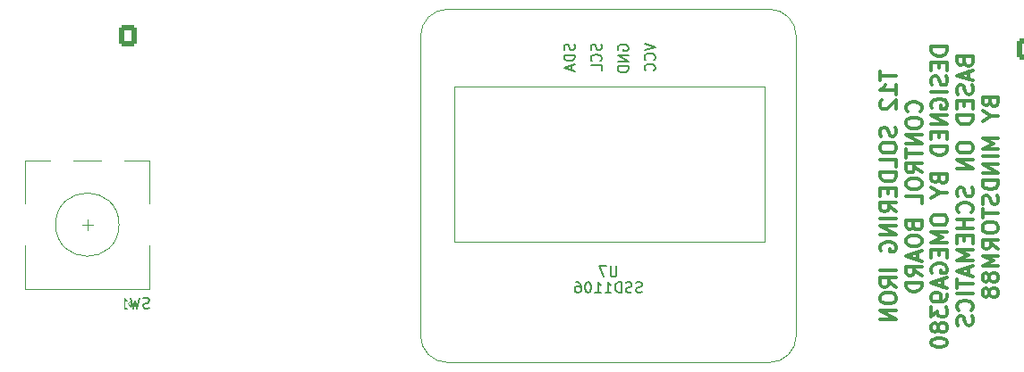
<source format=gbr>
%TF.GenerationSoftware,KiCad,Pcbnew,(6.0.4)*%
%TF.CreationDate,2022-05-05T14:57:31-04:00*%
%TF.ProjectId,KSGER Controller,4b534745-5220-4436-9f6e-74726f6c6c65,rev?*%
%TF.SameCoordinates,Original*%
%TF.FileFunction,Legend,Bot*%
%TF.FilePolarity,Positive*%
%FSLAX46Y46*%
G04 Gerber Fmt 4.6, Leading zero omitted, Abs format (unit mm)*
G04 Created by KiCad (PCBNEW (6.0.4)) date 2022-05-05 14:57:31*
%MOMM*%
%LPD*%
G01*
G04 APERTURE LIST*
G04 Aperture macros list*
%AMRoundRect*
0 Rectangle with rounded corners*
0 $1 Rounding radius*
0 $2 $3 $4 $5 $6 $7 $8 $9 X,Y pos of 4 corners*
0 Add a 4 corners polygon primitive as box body*
4,1,4,$2,$3,$4,$5,$6,$7,$8,$9,$2,$3,0*
0 Add four circle primitives for the rounded corners*
1,1,$1+$1,$2,$3*
1,1,$1+$1,$4,$5*
1,1,$1+$1,$6,$7*
1,1,$1+$1,$8,$9*
0 Add four rect primitives between the rounded corners*
20,1,$1+$1,$2,$3,$4,$5,0*
20,1,$1+$1,$4,$5,$6,$7,0*
20,1,$1+$1,$6,$7,$8,$9,0*
20,1,$1+$1,$8,$9,$2,$3,0*%
G04 Aperture macros list end*
%ADD10C,0.150000*%
%ADD11C,0.300000*%
%ADD12C,0.120000*%
%ADD13C,0.100000*%
%ADD14C,0.800000*%
%ADD15C,6.400000*%
%ADD16RoundRect,0.250000X0.725000X-0.600000X0.725000X0.600000X-0.725000X0.600000X-0.725000X-0.600000X0*%
%ADD17O,1.950000X1.700000*%
%ADD18RoundRect,0.250000X-0.600000X-0.750000X0.600000X-0.750000X0.600000X0.750000X-0.600000X0.750000X0*%
%ADD19O,1.700000X2.000000*%
%ADD20RoundRect,0.250000X-0.600000X-0.725000X0.600000X-0.725000X0.600000X0.725000X-0.600000X0.725000X0*%
%ADD21O,1.700000X1.950000*%
%ADD22R,2.000000X2.000000*%
%ADD23C,2.000000*%
%ADD24R,2.000000X3.200000*%
%ADD25C,4.500000*%
%ADD26C,1.524000*%
G04 APERTURE END LIST*
D10*
X143914761Y-82075976D02*
X143962380Y-82218833D01*
X143962380Y-82456928D01*
X143914761Y-82552166D01*
X143867142Y-82599785D01*
X143771904Y-82647404D01*
X143676666Y-82647404D01*
X143581428Y-82599785D01*
X143533809Y-82552166D01*
X143486190Y-82456928D01*
X143438571Y-82266452D01*
X143390952Y-82171214D01*
X143343333Y-82123595D01*
X143248095Y-82075976D01*
X143152857Y-82075976D01*
X143057619Y-82123595D01*
X143010000Y-82171214D01*
X142962380Y-82266452D01*
X142962380Y-82504547D01*
X143010000Y-82647404D01*
X143962380Y-83075976D02*
X142962380Y-83075976D01*
X142962380Y-83314071D01*
X143010000Y-83456928D01*
X143105238Y-83552166D01*
X143200476Y-83599785D01*
X143390952Y-83647404D01*
X143533809Y-83647404D01*
X143724285Y-83599785D01*
X143819523Y-83552166D01*
X143914761Y-83456928D01*
X143962380Y-83314071D01*
X143962380Y-83075976D01*
X143676666Y-84028357D02*
X143676666Y-84504547D01*
X143962380Y-83933119D02*
X142962380Y-84266452D01*
X143962380Y-84599785D01*
X150582380Y-81980738D02*
X151582380Y-82314071D01*
X150582380Y-82647404D01*
X151487142Y-83552166D02*
X151534761Y-83504547D01*
X151582380Y-83361690D01*
X151582380Y-83266452D01*
X151534761Y-83123595D01*
X151439523Y-83028357D01*
X151344285Y-82980738D01*
X151153809Y-82933119D01*
X151010952Y-82933119D01*
X150820476Y-82980738D01*
X150725238Y-83028357D01*
X150630000Y-83123595D01*
X150582380Y-83266452D01*
X150582380Y-83361690D01*
X150630000Y-83504547D01*
X150677619Y-83552166D01*
X151487142Y-84552166D02*
X151534761Y-84504547D01*
X151582380Y-84361690D01*
X151582380Y-84266452D01*
X151534761Y-84123595D01*
X151439523Y-84028357D01*
X151344285Y-83980738D01*
X151153809Y-83933119D01*
X151010952Y-83933119D01*
X150820476Y-83980738D01*
X150725238Y-84028357D01*
X150630000Y-84123595D01*
X150582380Y-84266452D01*
X150582380Y-84361690D01*
X150630000Y-84504547D01*
X150677619Y-84552166D01*
X146454761Y-82075976D02*
X146502380Y-82218833D01*
X146502380Y-82456928D01*
X146454761Y-82552166D01*
X146407142Y-82599785D01*
X146311904Y-82647404D01*
X146216666Y-82647404D01*
X146121428Y-82599785D01*
X146073809Y-82552166D01*
X146026190Y-82456928D01*
X145978571Y-82266452D01*
X145930952Y-82171214D01*
X145883333Y-82123595D01*
X145788095Y-82075976D01*
X145692857Y-82075976D01*
X145597619Y-82123595D01*
X145550000Y-82171214D01*
X145502380Y-82266452D01*
X145502380Y-82504547D01*
X145550000Y-82647404D01*
X146407142Y-83647404D02*
X146454761Y-83599785D01*
X146502380Y-83456928D01*
X146502380Y-83361690D01*
X146454761Y-83218833D01*
X146359523Y-83123595D01*
X146264285Y-83075976D01*
X146073809Y-83028357D01*
X145930952Y-83028357D01*
X145740476Y-83075976D01*
X145645238Y-83123595D01*
X145550000Y-83218833D01*
X145502380Y-83361690D01*
X145502380Y-83456928D01*
X145550000Y-83599785D01*
X145597619Y-83647404D01*
X146502380Y-84552166D02*
X146502380Y-84075976D01*
X145502380Y-84075976D01*
D11*
X172910571Y-84662857D02*
X172910571Y-85520000D01*
X174410571Y-85091428D02*
X172910571Y-85091428D01*
X174410571Y-86805714D02*
X174410571Y-85948571D01*
X174410571Y-86377142D02*
X172910571Y-86377142D01*
X173124857Y-86234285D01*
X173267714Y-86091428D01*
X173339142Y-85948571D01*
X173053428Y-87377142D02*
X172982000Y-87448571D01*
X172910571Y-87591428D01*
X172910571Y-87948571D01*
X172982000Y-88091428D01*
X173053428Y-88162857D01*
X173196285Y-88234285D01*
X173339142Y-88234285D01*
X173553428Y-88162857D01*
X174410571Y-87305714D01*
X174410571Y-88234285D01*
X174339142Y-89948571D02*
X174410571Y-90162857D01*
X174410571Y-90520000D01*
X174339142Y-90662857D01*
X174267714Y-90734285D01*
X174124857Y-90805714D01*
X173982000Y-90805714D01*
X173839142Y-90734285D01*
X173767714Y-90662857D01*
X173696285Y-90520000D01*
X173624857Y-90234285D01*
X173553428Y-90091428D01*
X173482000Y-90020000D01*
X173339142Y-89948571D01*
X173196285Y-89948571D01*
X173053428Y-90020000D01*
X172982000Y-90091428D01*
X172910571Y-90234285D01*
X172910571Y-90591428D01*
X172982000Y-90805714D01*
X172910571Y-91734285D02*
X172910571Y-92020000D01*
X172982000Y-92162857D01*
X173124857Y-92305714D01*
X173410571Y-92377142D01*
X173910571Y-92377142D01*
X174196285Y-92305714D01*
X174339142Y-92162857D01*
X174410571Y-92020000D01*
X174410571Y-91734285D01*
X174339142Y-91591428D01*
X174196285Y-91448571D01*
X173910571Y-91377142D01*
X173410571Y-91377142D01*
X173124857Y-91448571D01*
X172982000Y-91591428D01*
X172910571Y-91734285D01*
X174410571Y-93734285D02*
X174410571Y-93020000D01*
X172910571Y-93020000D01*
X174410571Y-94234285D02*
X172910571Y-94234285D01*
X172910571Y-94591428D01*
X172982000Y-94805714D01*
X173124857Y-94948571D01*
X173267714Y-95020000D01*
X173553428Y-95091428D01*
X173767714Y-95091428D01*
X174053428Y-95020000D01*
X174196285Y-94948571D01*
X174339142Y-94805714D01*
X174410571Y-94591428D01*
X174410571Y-94234285D01*
X173624857Y-95734285D02*
X173624857Y-96234285D01*
X174410571Y-96448571D02*
X174410571Y-95734285D01*
X172910571Y-95734285D01*
X172910571Y-96448571D01*
X174410571Y-97948571D02*
X173696285Y-97448571D01*
X174410571Y-97091428D02*
X172910571Y-97091428D01*
X172910571Y-97662857D01*
X172982000Y-97805714D01*
X173053428Y-97877142D01*
X173196285Y-97948571D01*
X173410571Y-97948571D01*
X173553428Y-97877142D01*
X173624857Y-97805714D01*
X173696285Y-97662857D01*
X173696285Y-97091428D01*
X174410571Y-98591428D02*
X172910571Y-98591428D01*
X174410571Y-99305714D02*
X172910571Y-99305714D01*
X174410571Y-100162857D01*
X172910571Y-100162857D01*
X172982000Y-101662857D02*
X172910571Y-101520000D01*
X172910571Y-101305714D01*
X172982000Y-101091428D01*
X173124857Y-100948571D01*
X173267714Y-100877142D01*
X173553428Y-100805714D01*
X173767714Y-100805714D01*
X174053428Y-100877142D01*
X174196285Y-100948571D01*
X174339142Y-101091428D01*
X174410571Y-101305714D01*
X174410571Y-101448571D01*
X174339142Y-101662857D01*
X174267714Y-101734285D01*
X173767714Y-101734285D01*
X173767714Y-101448571D01*
X174410571Y-103520000D02*
X172910571Y-103520000D01*
X174410571Y-105091428D02*
X173696285Y-104591428D01*
X174410571Y-104234285D02*
X172910571Y-104234285D01*
X172910571Y-104805714D01*
X172982000Y-104948571D01*
X173053428Y-105020000D01*
X173196285Y-105091428D01*
X173410571Y-105091428D01*
X173553428Y-105020000D01*
X173624857Y-104948571D01*
X173696285Y-104805714D01*
X173696285Y-104234285D01*
X172910571Y-106020000D02*
X172910571Y-106305714D01*
X172982000Y-106448571D01*
X173124857Y-106591428D01*
X173410571Y-106662857D01*
X173910571Y-106662857D01*
X174196285Y-106591428D01*
X174339142Y-106448571D01*
X174410571Y-106305714D01*
X174410571Y-106020000D01*
X174339142Y-105877142D01*
X174196285Y-105734285D01*
X173910571Y-105662857D01*
X173410571Y-105662857D01*
X173124857Y-105734285D01*
X172982000Y-105877142D01*
X172910571Y-106020000D01*
X174410571Y-107305714D02*
X172910571Y-107305714D01*
X174410571Y-108162857D01*
X172910571Y-108162857D01*
X176682714Y-88448571D02*
X176754142Y-88377142D01*
X176825571Y-88162857D01*
X176825571Y-88020000D01*
X176754142Y-87805714D01*
X176611285Y-87662857D01*
X176468428Y-87591428D01*
X176182714Y-87520000D01*
X175968428Y-87520000D01*
X175682714Y-87591428D01*
X175539857Y-87662857D01*
X175397000Y-87805714D01*
X175325571Y-88020000D01*
X175325571Y-88162857D01*
X175397000Y-88377142D01*
X175468428Y-88448571D01*
X175325571Y-89377142D02*
X175325571Y-89662857D01*
X175397000Y-89805714D01*
X175539857Y-89948571D01*
X175825571Y-90020000D01*
X176325571Y-90020000D01*
X176611285Y-89948571D01*
X176754142Y-89805714D01*
X176825571Y-89662857D01*
X176825571Y-89377142D01*
X176754142Y-89234285D01*
X176611285Y-89091428D01*
X176325571Y-89020000D01*
X175825571Y-89020000D01*
X175539857Y-89091428D01*
X175397000Y-89234285D01*
X175325571Y-89377142D01*
X176825571Y-90662857D02*
X175325571Y-90662857D01*
X176825571Y-91520000D01*
X175325571Y-91520000D01*
X175325571Y-92020000D02*
X175325571Y-92877142D01*
X176825571Y-92448571D02*
X175325571Y-92448571D01*
X176825571Y-94234285D02*
X176111285Y-93734285D01*
X176825571Y-93377142D02*
X175325571Y-93377142D01*
X175325571Y-93948571D01*
X175397000Y-94091428D01*
X175468428Y-94162857D01*
X175611285Y-94234285D01*
X175825571Y-94234285D01*
X175968428Y-94162857D01*
X176039857Y-94091428D01*
X176111285Y-93948571D01*
X176111285Y-93377142D01*
X175325571Y-95162857D02*
X175325571Y-95448571D01*
X175397000Y-95591428D01*
X175539857Y-95734285D01*
X175825571Y-95805714D01*
X176325571Y-95805714D01*
X176611285Y-95734285D01*
X176754142Y-95591428D01*
X176825571Y-95448571D01*
X176825571Y-95162857D01*
X176754142Y-95020000D01*
X176611285Y-94877142D01*
X176325571Y-94805714D01*
X175825571Y-94805714D01*
X175539857Y-94877142D01*
X175397000Y-95020000D01*
X175325571Y-95162857D01*
X176825571Y-97162857D02*
X176825571Y-96448571D01*
X175325571Y-96448571D01*
X176039857Y-99305714D02*
X176111285Y-99520000D01*
X176182714Y-99591428D01*
X176325571Y-99662857D01*
X176539857Y-99662857D01*
X176682714Y-99591428D01*
X176754142Y-99520000D01*
X176825571Y-99377142D01*
X176825571Y-98805714D01*
X175325571Y-98805714D01*
X175325571Y-99305714D01*
X175397000Y-99448571D01*
X175468428Y-99520000D01*
X175611285Y-99591428D01*
X175754142Y-99591428D01*
X175897000Y-99520000D01*
X175968428Y-99448571D01*
X176039857Y-99305714D01*
X176039857Y-98805714D01*
X175325571Y-100591428D02*
X175325571Y-100877142D01*
X175397000Y-101020000D01*
X175539857Y-101162857D01*
X175825571Y-101234285D01*
X176325571Y-101234285D01*
X176611285Y-101162857D01*
X176754142Y-101020000D01*
X176825571Y-100877142D01*
X176825571Y-100591428D01*
X176754142Y-100448571D01*
X176611285Y-100305714D01*
X176325571Y-100234285D01*
X175825571Y-100234285D01*
X175539857Y-100305714D01*
X175397000Y-100448571D01*
X175325571Y-100591428D01*
X176397000Y-101805714D02*
X176397000Y-102520000D01*
X176825571Y-101662857D02*
X175325571Y-102162857D01*
X176825571Y-102662857D01*
X176825571Y-104020000D02*
X176111285Y-103520000D01*
X176825571Y-103162857D02*
X175325571Y-103162857D01*
X175325571Y-103734285D01*
X175397000Y-103877142D01*
X175468428Y-103948571D01*
X175611285Y-104020000D01*
X175825571Y-104020000D01*
X175968428Y-103948571D01*
X176039857Y-103877142D01*
X176111285Y-103734285D01*
X176111285Y-103162857D01*
X176825571Y-104662857D02*
X175325571Y-104662857D01*
X175325571Y-105020000D01*
X175397000Y-105234285D01*
X175539857Y-105377142D01*
X175682714Y-105448571D01*
X175968428Y-105520000D01*
X176182714Y-105520000D01*
X176468428Y-105448571D01*
X176611285Y-105377142D01*
X176754142Y-105234285D01*
X176825571Y-105020000D01*
X176825571Y-104662857D01*
X179240571Y-82305714D02*
X177740571Y-82305714D01*
X177740571Y-82662857D01*
X177812000Y-82877142D01*
X177954857Y-83020000D01*
X178097714Y-83091428D01*
X178383428Y-83162857D01*
X178597714Y-83162857D01*
X178883428Y-83091428D01*
X179026285Y-83020000D01*
X179169142Y-82877142D01*
X179240571Y-82662857D01*
X179240571Y-82305714D01*
X178454857Y-83805714D02*
X178454857Y-84305714D01*
X179240571Y-84520000D02*
X179240571Y-83805714D01*
X177740571Y-83805714D01*
X177740571Y-84520000D01*
X179169142Y-85091428D02*
X179240571Y-85305714D01*
X179240571Y-85662857D01*
X179169142Y-85805714D01*
X179097714Y-85877142D01*
X178954857Y-85948571D01*
X178812000Y-85948571D01*
X178669142Y-85877142D01*
X178597714Y-85805714D01*
X178526285Y-85662857D01*
X178454857Y-85377142D01*
X178383428Y-85234285D01*
X178312000Y-85162857D01*
X178169142Y-85091428D01*
X178026285Y-85091428D01*
X177883428Y-85162857D01*
X177812000Y-85234285D01*
X177740571Y-85377142D01*
X177740571Y-85734285D01*
X177812000Y-85948571D01*
X179240571Y-86591428D02*
X177740571Y-86591428D01*
X177812000Y-88091428D02*
X177740571Y-87948571D01*
X177740571Y-87734285D01*
X177812000Y-87520000D01*
X177954857Y-87377142D01*
X178097714Y-87305714D01*
X178383428Y-87234285D01*
X178597714Y-87234285D01*
X178883428Y-87305714D01*
X179026285Y-87377142D01*
X179169142Y-87520000D01*
X179240571Y-87734285D01*
X179240571Y-87877142D01*
X179169142Y-88091428D01*
X179097714Y-88162857D01*
X178597714Y-88162857D01*
X178597714Y-87877142D01*
X179240571Y-88805714D02*
X177740571Y-88805714D01*
X179240571Y-89662857D01*
X177740571Y-89662857D01*
X178454857Y-90377142D02*
X178454857Y-90877142D01*
X179240571Y-91091428D02*
X179240571Y-90377142D01*
X177740571Y-90377142D01*
X177740571Y-91091428D01*
X179240571Y-91734285D02*
X177740571Y-91734285D01*
X177740571Y-92091428D01*
X177812000Y-92305714D01*
X177954857Y-92448571D01*
X178097714Y-92520000D01*
X178383428Y-92591428D01*
X178597714Y-92591428D01*
X178883428Y-92520000D01*
X179026285Y-92448571D01*
X179169142Y-92305714D01*
X179240571Y-92091428D01*
X179240571Y-91734285D01*
X178454857Y-94877142D02*
X178526285Y-95091428D01*
X178597714Y-95162857D01*
X178740571Y-95234285D01*
X178954857Y-95234285D01*
X179097714Y-95162857D01*
X179169142Y-95091428D01*
X179240571Y-94948571D01*
X179240571Y-94377142D01*
X177740571Y-94377142D01*
X177740571Y-94877142D01*
X177812000Y-95020000D01*
X177883428Y-95091428D01*
X178026285Y-95162857D01*
X178169142Y-95162857D01*
X178312000Y-95091428D01*
X178383428Y-95020000D01*
X178454857Y-94877142D01*
X178454857Y-94377142D01*
X178526285Y-96162857D02*
X179240571Y-96162857D01*
X177740571Y-95662857D02*
X178526285Y-96162857D01*
X177740571Y-96662857D01*
X177740571Y-98591428D02*
X177740571Y-98877142D01*
X177812000Y-99020000D01*
X177954857Y-99162857D01*
X178240571Y-99234285D01*
X178740571Y-99234285D01*
X179026285Y-99162857D01*
X179169142Y-99020000D01*
X179240571Y-98877142D01*
X179240571Y-98591428D01*
X179169142Y-98448571D01*
X179026285Y-98305714D01*
X178740571Y-98234285D01*
X178240571Y-98234285D01*
X177954857Y-98305714D01*
X177812000Y-98448571D01*
X177740571Y-98591428D01*
X179240571Y-99877142D02*
X177740571Y-99877142D01*
X178812000Y-100377142D01*
X177740571Y-100877142D01*
X179240571Y-100877142D01*
X178454857Y-101591428D02*
X178454857Y-102091428D01*
X179240571Y-102305714D02*
X179240571Y-101591428D01*
X177740571Y-101591428D01*
X177740571Y-102305714D01*
X177812000Y-103734285D02*
X177740571Y-103591428D01*
X177740571Y-103377142D01*
X177812000Y-103162857D01*
X177954857Y-103020000D01*
X178097714Y-102948571D01*
X178383428Y-102877142D01*
X178597714Y-102877142D01*
X178883428Y-102948571D01*
X179026285Y-103020000D01*
X179169142Y-103162857D01*
X179240571Y-103377142D01*
X179240571Y-103520000D01*
X179169142Y-103734285D01*
X179097714Y-103805714D01*
X178597714Y-103805714D01*
X178597714Y-103520000D01*
X178812000Y-104377142D02*
X178812000Y-105091428D01*
X179240571Y-104234285D02*
X177740571Y-104734285D01*
X179240571Y-105234285D01*
X179240571Y-105805714D02*
X179240571Y-106091428D01*
X179169142Y-106234285D01*
X179097714Y-106305714D01*
X178883428Y-106448571D01*
X178597714Y-106520000D01*
X178026285Y-106520000D01*
X177883428Y-106448571D01*
X177812000Y-106377142D01*
X177740571Y-106234285D01*
X177740571Y-105948571D01*
X177812000Y-105805714D01*
X177883428Y-105734285D01*
X178026285Y-105662857D01*
X178383428Y-105662857D01*
X178526285Y-105734285D01*
X178597714Y-105805714D01*
X178669142Y-105948571D01*
X178669142Y-106234285D01*
X178597714Y-106377142D01*
X178526285Y-106448571D01*
X178383428Y-106520000D01*
X177740571Y-107020000D02*
X177740571Y-107948571D01*
X178312000Y-107448571D01*
X178312000Y-107662857D01*
X178383428Y-107805714D01*
X178454857Y-107877142D01*
X178597714Y-107948571D01*
X178954857Y-107948571D01*
X179097714Y-107877142D01*
X179169142Y-107805714D01*
X179240571Y-107662857D01*
X179240571Y-107234285D01*
X179169142Y-107091428D01*
X179097714Y-107020000D01*
X178383428Y-108805714D02*
X178312000Y-108662857D01*
X178240571Y-108591428D01*
X178097714Y-108520000D01*
X178026285Y-108520000D01*
X177883428Y-108591428D01*
X177812000Y-108662857D01*
X177740571Y-108805714D01*
X177740571Y-109091428D01*
X177812000Y-109234285D01*
X177883428Y-109305714D01*
X178026285Y-109377142D01*
X178097714Y-109377142D01*
X178240571Y-109305714D01*
X178312000Y-109234285D01*
X178383428Y-109091428D01*
X178383428Y-108805714D01*
X178454857Y-108662857D01*
X178526285Y-108591428D01*
X178669142Y-108520000D01*
X178954857Y-108520000D01*
X179097714Y-108591428D01*
X179169142Y-108662857D01*
X179240571Y-108805714D01*
X179240571Y-109091428D01*
X179169142Y-109234285D01*
X179097714Y-109305714D01*
X178954857Y-109377142D01*
X178669142Y-109377142D01*
X178526285Y-109305714D01*
X178454857Y-109234285D01*
X178383428Y-109091428D01*
X177740571Y-110305714D02*
X177740571Y-110448571D01*
X177812000Y-110591428D01*
X177883428Y-110662857D01*
X178026285Y-110734285D01*
X178312000Y-110805714D01*
X178669142Y-110805714D01*
X178954857Y-110734285D01*
X179097714Y-110662857D01*
X179169142Y-110591428D01*
X179240571Y-110448571D01*
X179240571Y-110305714D01*
X179169142Y-110162857D01*
X179097714Y-110091428D01*
X178954857Y-110020000D01*
X178669142Y-109948571D01*
X178312000Y-109948571D01*
X178026285Y-110020000D01*
X177883428Y-110091428D01*
X177812000Y-110162857D01*
X177740571Y-110305714D01*
X180869857Y-83734285D02*
X180941285Y-83948571D01*
X181012714Y-84020000D01*
X181155571Y-84091428D01*
X181369857Y-84091428D01*
X181512714Y-84020000D01*
X181584142Y-83948571D01*
X181655571Y-83805714D01*
X181655571Y-83234285D01*
X180155571Y-83234285D01*
X180155571Y-83734285D01*
X180227000Y-83877142D01*
X180298428Y-83948571D01*
X180441285Y-84020000D01*
X180584142Y-84020000D01*
X180727000Y-83948571D01*
X180798428Y-83877142D01*
X180869857Y-83734285D01*
X180869857Y-83234285D01*
X181227000Y-84662857D02*
X181227000Y-85377142D01*
X181655571Y-84520000D02*
X180155571Y-85020000D01*
X181655571Y-85520000D01*
X181584142Y-85948571D02*
X181655571Y-86162857D01*
X181655571Y-86520000D01*
X181584142Y-86662857D01*
X181512714Y-86734285D01*
X181369857Y-86805714D01*
X181227000Y-86805714D01*
X181084142Y-86734285D01*
X181012714Y-86662857D01*
X180941285Y-86520000D01*
X180869857Y-86234285D01*
X180798428Y-86091428D01*
X180727000Y-86020000D01*
X180584142Y-85948571D01*
X180441285Y-85948571D01*
X180298428Y-86020000D01*
X180227000Y-86091428D01*
X180155571Y-86234285D01*
X180155571Y-86591428D01*
X180227000Y-86805714D01*
X180869857Y-87448571D02*
X180869857Y-87948571D01*
X181655571Y-88162857D02*
X181655571Y-87448571D01*
X180155571Y-87448571D01*
X180155571Y-88162857D01*
X181655571Y-88805714D02*
X180155571Y-88805714D01*
X180155571Y-89162857D01*
X180227000Y-89377142D01*
X180369857Y-89520000D01*
X180512714Y-89591428D01*
X180798428Y-89662857D01*
X181012714Y-89662857D01*
X181298428Y-89591428D01*
X181441285Y-89520000D01*
X181584142Y-89377142D01*
X181655571Y-89162857D01*
X181655571Y-88805714D01*
X180155571Y-91734285D02*
X180155571Y-92020000D01*
X180227000Y-92162857D01*
X180369857Y-92305714D01*
X180655571Y-92377142D01*
X181155571Y-92377142D01*
X181441285Y-92305714D01*
X181584142Y-92162857D01*
X181655571Y-92020000D01*
X181655571Y-91734285D01*
X181584142Y-91591428D01*
X181441285Y-91448571D01*
X181155571Y-91377142D01*
X180655571Y-91377142D01*
X180369857Y-91448571D01*
X180227000Y-91591428D01*
X180155571Y-91734285D01*
X181655571Y-93020000D02*
X180155571Y-93020000D01*
X181655571Y-93877142D01*
X180155571Y-93877142D01*
X181584142Y-95662857D02*
X181655571Y-95877142D01*
X181655571Y-96234285D01*
X181584142Y-96377142D01*
X181512714Y-96448571D01*
X181369857Y-96520000D01*
X181227000Y-96520000D01*
X181084142Y-96448571D01*
X181012714Y-96377142D01*
X180941285Y-96234285D01*
X180869857Y-95948571D01*
X180798428Y-95805714D01*
X180727000Y-95734285D01*
X180584142Y-95662857D01*
X180441285Y-95662857D01*
X180298428Y-95734285D01*
X180227000Y-95805714D01*
X180155571Y-95948571D01*
X180155571Y-96305714D01*
X180227000Y-96520000D01*
X181512714Y-98020000D02*
X181584142Y-97948571D01*
X181655571Y-97734285D01*
X181655571Y-97591428D01*
X181584142Y-97377142D01*
X181441285Y-97234285D01*
X181298428Y-97162857D01*
X181012714Y-97091428D01*
X180798428Y-97091428D01*
X180512714Y-97162857D01*
X180369857Y-97234285D01*
X180227000Y-97377142D01*
X180155571Y-97591428D01*
X180155571Y-97734285D01*
X180227000Y-97948571D01*
X180298428Y-98020000D01*
X181655571Y-98662857D02*
X180155571Y-98662857D01*
X180869857Y-98662857D02*
X180869857Y-99520000D01*
X181655571Y-99520000D02*
X180155571Y-99520000D01*
X180869857Y-100234285D02*
X180869857Y-100734285D01*
X181655571Y-100948571D02*
X181655571Y-100234285D01*
X180155571Y-100234285D01*
X180155571Y-100948571D01*
X181655571Y-101591428D02*
X180155571Y-101591428D01*
X181227000Y-102091428D01*
X180155571Y-102591428D01*
X181655571Y-102591428D01*
X181227000Y-103234285D02*
X181227000Y-103948571D01*
X181655571Y-103091428D02*
X180155571Y-103591428D01*
X181655571Y-104091428D01*
X180155571Y-104377142D02*
X180155571Y-105234285D01*
X181655571Y-104805714D02*
X180155571Y-104805714D01*
X181655571Y-105734285D02*
X180155571Y-105734285D01*
X181512714Y-107305714D02*
X181584142Y-107234285D01*
X181655571Y-107020000D01*
X181655571Y-106877142D01*
X181584142Y-106662857D01*
X181441285Y-106520000D01*
X181298428Y-106448571D01*
X181012714Y-106377142D01*
X180798428Y-106377142D01*
X180512714Y-106448571D01*
X180369857Y-106520000D01*
X180227000Y-106662857D01*
X180155571Y-106877142D01*
X180155571Y-107020000D01*
X180227000Y-107234285D01*
X180298428Y-107305714D01*
X181584142Y-107877142D02*
X181655571Y-108091428D01*
X181655571Y-108448571D01*
X181584142Y-108591428D01*
X181512714Y-108662857D01*
X181369857Y-108734285D01*
X181227000Y-108734285D01*
X181084142Y-108662857D01*
X181012714Y-108591428D01*
X180941285Y-108448571D01*
X180869857Y-108162857D01*
X180798428Y-108020000D01*
X180727000Y-107948571D01*
X180584142Y-107877142D01*
X180441285Y-107877142D01*
X180298428Y-107948571D01*
X180227000Y-108020000D01*
X180155571Y-108162857D01*
X180155571Y-108520000D01*
X180227000Y-108734285D01*
X183284857Y-87555714D02*
X183356285Y-87770000D01*
X183427714Y-87841428D01*
X183570571Y-87912857D01*
X183784857Y-87912857D01*
X183927714Y-87841428D01*
X183999142Y-87770000D01*
X184070571Y-87627142D01*
X184070571Y-87055714D01*
X182570571Y-87055714D01*
X182570571Y-87555714D01*
X182642000Y-87698571D01*
X182713428Y-87770000D01*
X182856285Y-87841428D01*
X182999142Y-87841428D01*
X183142000Y-87770000D01*
X183213428Y-87698571D01*
X183284857Y-87555714D01*
X183284857Y-87055714D01*
X183356285Y-88841428D02*
X184070571Y-88841428D01*
X182570571Y-88341428D02*
X183356285Y-88841428D01*
X182570571Y-89341428D01*
X184070571Y-90984285D02*
X182570571Y-90984285D01*
X183642000Y-91484285D01*
X182570571Y-91984285D01*
X184070571Y-91984285D01*
X184070571Y-92698571D02*
X182570571Y-92698571D01*
X184070571Y-93412857D02*
X182570571Y-93412857D01*
X184070571Y-94270000D01*
X182570571Y-94270000D01*
X184070571Y-94984285D02*
X182570571Y-94984285D01*
X182570571Y-95341428D01*
X182642000Y-95555714D01*
X182784857Y-95698571D01*
X182927714Y-95770000D01*
X183213428Y-95841428D01*
X183427714Y-95841428D01*
X183713428Y-95770000D01*
X183856285Y-95698571D01*
X183999142Y-95555714D01*
X184070571Y-95341428D01*
X184070571Y-94984285D01*
X183999142Y-96412857D02*
X184070571Y-96627142D01*
X184070571Y-96984285D01*
X183999142Y-97127142D01*
X183927714Y-97198571D01*
X183784857Y-97270000D01*
X183642000Y-97270000D01*
X183499142Y-97198571D01*
X183427714Y-97127142D01*
X183356285Y-96984285D01*
X183284857Y-96698571D01*
X183213428Y-96555714D01*
X183142000Y-96484285D01*
X182999142Y-96412857D01*
X182856285Y-96412857D01*
X182713428Y-96484285D01*
X182642000Y-96555714D01*
X182570571Y-96698571D01*
X182570571Y-97055714D01*
X182642000Y-97270000D01*
X182570571Y-97698571D02*
X182570571Y-98555714D01*
X184070571Y-98127142D02*
X182570571Y-98127142D01*
X182570571Y-99341428D02*
X182570571Y-99627142D01*
X182642000Y-99770000D01*
X182784857Y-99912857D01*
X183070571Y-99984285D01*
X183570571Y-99984285D01*
X183856285Y-99912857D01*
X183999142Y-99770000D01*
X184070571Y-99627142D01*
X184070571Y-99341428D01*
X183999142Y-99198571D01*
X183856285Y-99055714D01*
X183570571Y-98984285D01*
X183070571Y-98984285D01*
X182784857Y-99055714D01*
X182642000Y-99198571D01*
X182570571Y-99341428D01*
X184070571Y-101484285D02*
X183356285Y-100984285D01*
X184070571Y-100627142D02*
X182570571Y-100627142D01*
X182570571Y-101198571D01*
X182642000Y-101341428D01*
X182713428Y-101412857D01*
X182856285Y-101484285D01*
X183070571Y-101484285D01*
X183213428Y-101412857D01*
X183284857Y-101341428D01*
X183356285Y-101198571D01*
X183356285Y-100627142D01*
X184070571Y-102127142D02*
X182570571Y-102127142D01*
X183642000Y-102627142D01*
X182570571Y-103127142D01*
X184070571Y-103127142D01*
X183213428Y-104055714D02*
X183142000Y-103912857D01*
X183070571Y-103841428D01*
X182927714Y-103770000D01*
X182856285Y-103770000D01*
X182713428Y-103841428D01*
X182642000Y-103912857D01*
X182570571Y-104055714D01*
X182570571Y-104341428D01*
X182642000Y-104484285D01*
X182713428Y-104555714D01*
X182856285Y-104627142D01*
X182927714Y-104627142D01*
X183070571Y-104555714D01*
X183142000Y-104484285D01*
X183213428Y-104341428D01*
X183213428Y-104055714D01*
X183284857Y-103912857D01*
X183356285Y-103841428D01*
X183499142Y-103770000D01*
X183784857Y-103770000D01*
X183927714Y-103841428D01*
X183999142Y-103912857D01*
X184070571Y-104055714D01*
X184070571Y-104341428D01*
X183999142Y-104484285D01*
X183927714Y-104555714D01*
X183784857Y-104627142D01*
X183499142Y-104627142D01*
X183356285Y-104555714D01*
X183284857Y-104484285D01*
X183213428Y-104341428D01*
X183213428Y-105484285D02*
X183142000Y-105341428D01*
X183070571Y-105270000D01*
X182927714Y-105198571D01*
X182856285Y-105198571D01*
X182713428Y-105270000D01*
X182642000Y-105341428D01*
X182570571Y-105484285D01*
X182570571Y-105770000D01*
X182642000Y-105912857D01*
X182713428Y-105984285D01*
X182856285Y-106055714D01*
X182927714Y-106055714D01*
X183070571Y-105984285D01*
X183142000Y-105912857D01*
X183213428Y-105770000D01*
X183213428Y-105484285D01*
X183284857Y-105341428D01*
X183356285Y-105270000D01*
X183499142Y-105198571D01*
X183784857Y-105198571D01*
X183927714Y-105270000D01*
X183999142Y-105341428D01*
X184070571Y-105484285D01*
X184070571Y-105770000D01*
X183999142Y-105912857D01*
X183927714Y-105984285D01*
X183784857Y-106055714D01*
X183499142Y-106055714D01*
X183356285Y-105984285D01*
X183284857Y-105912857D01*
X183213428Y-105770000D01*
D10*
X148090000Y-82647404D02*
X148042380Y-82552166D01*
X148042380Y-82409309D01*
X148090000Y-82266452D01*
X148185238Y-82171214D01*
X148280476Y-82123595D01*
X148470952Y-82075976D01*
X148613809Y-82075976D01*
X148804285Y-82123595D01*
X148899523Y-82171214D01*
X148994761Y-82266452D01*
X149042380Y-82409309D01*
X149042380Y-82504547D01*
X148994761Y-82647404D01*
X148947142Y-82695023D01*
X148613809Y-82695023D01*
X148613809Y-82504547D01*
X149042380Y-83123595D02*
X148042380Y-83123595D01*
X149042380Y-83695023D01*
X148042380Y-83695023D01*
X149042380Y-84171214D02*
X148042380Y-84171214D01*
X148042380Y-84409309D01*
X148090000Y-84552166D01*
X148185238Y-84647404D01*
X148280476Y-84695023D01*
X148470952Y-84742642D01*
X148613809Y-84742642D01*
X148804285Y-84695023D01*
X148899523Y-84647404D01*
X148994761Y-84552166D01*
X149042380Y-84409309D01*
X149042380Y-84171214D01*
%TO.C,SW1*%
X103695333Y-107084761D02*
X103552476Y-107132380D01*
X103314380Y-107132380D01*
X103219142Y-107084761D01*
X103171523Y-107037142D01*
X103123904Y-106941904D01*
X103123904Y-106846666D01*
X103171523Y-106751428D01*
X103219142Y-106703809D01*
X103314380Y-106656190D01*
X103504857Y-106608571D01*
X103600095Y-106560952D01*
X103647714Y-106513333D01*
X103695333Y-106418095D01*
X103695333Y-106322857D01*
X103647714Y-106227619D01*
X103600095Y-106180000D01*
X103504857Y-106132380D01*
X103266761Y-106132380D01*
X103123904Y-106180000D01*
X102790571Y-106132380D02*
X102552476Y-107132380D01*
X102362000Y-106418095D01*
X102171523Y-107132380D01*
X101933428Y-106132380D01*
X101028666Y-107132380D02*
X101600095Y-107132380D01*
X101314380Y-107132380D02*
X101314380Y-106132380D01*
X101409619Y-106275238D01*
X101504857Y-106370476D01*
X101600095Y-106418095D01*
%TO.C,U7*%
X147923404Y-103132380D02*
X147923404Y-103941904D01*
X147875785Y-104037142D01*
X147828166Y-104084761D01*
X147732928Y-104132380D01*
X147542452Y-104132380D01*
X147447214Y-104084761D01*
X147399595Y-104037142D01*
X147351976Y-103941904D01*
X147351976Y-103132380D01*
X146971023Y-103132380D02*
X146304357Y-103132380D01*
X146732928Y-104132380D01*
X150328166Y-105584761D02*
X150185309Y-105632380D01*
X149947214Y-105632380D01*
X149851976Y-105584761D01*
X149804357Y-105537142D01*
X149756738Y-105441904D01*
X149756738Y-105346666D01*
X149804357Y-105251428D01*
X149851976Y-105203809D01*
X149947214Y-105156190D01*
X150137690Y-105108571D01*
X150232928Y-105060952D01*
X150280547Y-105013333D01*
X150328166Y-104918095D01*
X150328166Y-104822857D01*
X150280547Y-104727619D01*
X150232928Y-104680000D01*
X150137690Y-104632380D01*
X149899595Y-104632380D01*
X149756738Y-104680000D01*
X149375785Y-105584761D02*
X149232928Y-105632380D01*
X148994833Y-105632380D01*
X148899595Y-105584761D01*
X148851976Y-105537142D01*
X148804357Y-105441904D01*
X148804357Y-105346666D01*
X148851976Y-105251428D01*
X148899595Y-105203809D01*
X148994833Y-105156190D01*
X149185309Y-105108571D01*
X149280547Y-105060952D01*
X149328166Y-105013333D01*
X149375785Y-104918095D01*
X149375785Y-104822857D01*
X149328166Y-104727619D01*
X149280547Y-104680000D01*
X149185309Y-104632380D01*
X148947214Y-104632380D01*
X148804357Y-104680000D01*
X148375785Y-105632380D02*
X148375785Y-104632380D01*
X148137690Y-104632380D01*
X147994833Y-104680000D01*
X147899595Y-104775238D01*
X147851976Y-104870476D01*
X147804357Y-105060952D01*
X147804357Y-105203809D01*
X147851976Y-105394285D01*
X147899595Y-105489523D01*
X147994833Y-105584761D01*
X148137690Y-105632380D01*
X148375785Y-105632380D01*
X146851976Y-105632380D02*
X147423404Y-105632380D01*
X147137690Y-105632380D02*
X147137690Y-104632380D01*
X147232928Y-104775238D01*
X147328166Y-104870476D01*
X147423404Y-104918095D01*
X145899595Y-105632380D02*
X146471023Y-105632380D01*
X146185309Y-105632380D02*
X146185309Y-104632380D01*
X146280547Y-104775238D01*
X146375785Y-104870476D01*
X146471023Y-104918095D01*
X145280547Y-104632380D02*
X145185309Y-104632380D01*
X145090071Y-104680000D01*
X145042452Y-104727619D01*
X144994833Y-104822857D01*
X144947214Y-105013333D01*
X144947214Y-105251428D01*
X144994833Y-105441904D01*
X145042452Y-105537142D01*
X145090071Y-105584761D01*
X145185309Y-105632380D01*
X145280547Y-105632380D01*
X145375785Y-105584761D01*
X145423404Y-105537142D01*
X145471023Y-105441904D01*
X145518642Y-105251428D01*
X145518642Y-105013333D01*
X145471023Y-104822857D01*
X145423404Y-104727619D01*
X145375785Y-104680000D01*
X145280547Y-104632380D01*
X144090071Y-104632380D02*
X144280547Y-104632380D01*
X144375785Y-104680000D01*
X144423404Y-104727619D01*
X144518642Y-104870476D01*
X144566261Y-105060952D01*
X144566261Y-105441904D01*
X144518642Y-105537142D01*
X144471023Y-105584761D01*
X144375785Y-105632380D01*
X144185309Y-105632380D01*
X144090071Y-105584761D01*
X144042452Y-105537142D01*
X143994833Y-105441904D01*
X143994833Y-105203809D01*
X144042452Y-105108571D01*
X144090071Y-105060952D01*
X144185309Y-105013333D01*
X144375785Y-105013333D01*
X144471023Y-105060952D01*
X144518642Y-105108571D01*
X144566261Y-105203809D01*
D12*
%TO.C,SW1*%
X103730000Y-93080000D02*
X101330000Y-93080000D01*
X103730000Y-101180000D02*
X103730000Y-105280000D01*
X91930000Y-93080000D02*
X91930000Y-97180000D01*
X101930000Y-106380000D02*
X101630000Y-106680000D01*
X94330000Y-93080000D02*
X91930000Y-93080000D01*
X101930000Y-106980000D02*
X101930000Y-106380000D01*
X103730000Y-105280000D02*
X91930000Y-105280000D01*
X91930000Y-101180000D02*
X91930000Y-105280000D01*
X98330000Y-99180000D02*
X97330000Y-99180000D01*
X101630000Y-106680000D02*
X101930000Y-106980000D01*
X103730000Y-97180000D02*
X103730000Y-93080000D01*
X97830000Y-99680000D02*
X97830000Y-98680000D01*
X99130000Y-93080000D02*
X96530000Y-93080000D01*
X100830000Y-99180000D02*
G75*
G03*
X100830000Y-99180000I-3000000J0D01*
G01*
D13*
%TO.C,U7*%
X131921500Y-112268000D02*
X162401500Y-112268000D01*
X164941500Y-109728000D02*
X164941500Y-81280000D01*
X129381500Y-81280000D02*
X129381500Y-109728000D01*
X162401500Y-78740000D02*
X131921500Y-78740000D01*
D12*
X161951500Y-86090000D02*
X132531500Y-86090000D01*
X132531500Y-86090000D02*
X132531500Y-100790000D01*
X132531500Y-100790000D02*
X161951500Y-100790000D01*
X161951500Y-100790000D02*
X161951500Y-86090000D01*
X164941500Y-81280000D02*
G75*
G03*
X162401500Y-78740000I-2540000J0D01*
G01*
X162401500Y-112268000D02*
G75*
G03*
X164941500Y-109728000I0J2540000D01*
G01*
X131921500Y-78740000D02*
G75*
G03*
X129381500Y-81280000I0J-2540000D01*
G01*
X129381500Y-109728000D02*
G75*
G03*
X131921500Y-112268000I2540000J0D01*
G01*
%TD*%
%LPC*%
D14*
%TO.C,H1*%
X199390000Y-116700000D03*
X201087056Y-115997056D03*
X201790000Y-114300000D03*
X196990000Y-114300000D03*
D15*
X199390000Y-114300000D03*
D14*
X199390000Y-111900000D03*
X197692944Y-115997056D03*
X201087056Y-112602944D03*
X197692944Y-112602944D03*
%TD*%
D16*
%TO.C,J2*%
X193248000Y-102790000D03*
D17*
X193248000Y-100290000D03*
X193248000Y-97790000D03*
X193248000Y-95290000D03*
X193248000Y-92790000D03*
%TD*%
D18*
%TO.C,J4*%
X102870000Y-114300000D03*
D19*
X105370000Y-114300000D03*
%TD*%
D20*
%TO.C,JE*%
X101680000Y-81280000D03*
D21*
X104180000Y-81280000D03*
X106680000Y-81280000D03*
X109180000Y-81280000D03*
%TD*%
D18*
%TO.C,J1*%
X186690000Y-82550000D03*
D19*
X189190000Y-82550000D03*
%TD*%
D14*
%TO.C,H3*%
X92710000Y-78880000D03*
X95110000Y-81280000D03*
D15*
X92710000Y-81280000D03*
D14*
X92710000Y-83680000D03*
X90310000Y-81280000D03*
X91012944Y-79582944D03*
X94407056Y-82977056D03*
X94407056Y-79582944D03*
X91012944Y-82977056D03*
%TD*%
%TO.C,H4*%
X201087056Y-82977056D03*
X201087056Y-79582944D03*
D15*
X199390000Y-81280000D03*
D14*
X196990000Y-81280000D03*
X199390000Y-83680000D03*
X199390000Y-78880000D03*
X197692944Y-79582944D03*
X201790000Y-81280000D03*
X197692944Y-82977056D03*
%TD*%
%TO.C,H2*%
X91012944Y-115997056D03*
X90310000Y-114300000D03*
X92710000Y-116700000D03*
X95110000Y-114300000D03*
X94407056Y-112602944D03*
D15*
X92710000Y-114300000D03*
D14*
X92710000Y-111900000D03*
X91012944Y-112602944D03*
X94407056Y-115997056D03*
%TD*%
D18*
%TO.C,BZ1*%
X113030000Y-114300000D03*
D19*
X115530000Y-114300000D03*
%TD*%
D22*
%TO.C,SW1*%
X100330000Y-106680000D03*
D23*
X95330000Y-106680000D03*
X97830000Y-106680000D03*
D24*
X103430000Y-99180000D03*
X92230000Y-99180000D03*
D23*
X95330000Y-92180000D03*
X100330000Y-92180000D03*
%TD*%
D25*
%TO.C,U7*%
X162441500Y-109740000D03*
X131961500Y-109740000D03*
X162441500Y-81240000D03*
X131961500Y-81240000D03*
D26*
X151051500Y-80740000D03*
X148511500Y-80740000D03*
X145971500Y-80740000D03*
X143431500Y-80740000D03*
%TD*%
M02*

</source>
